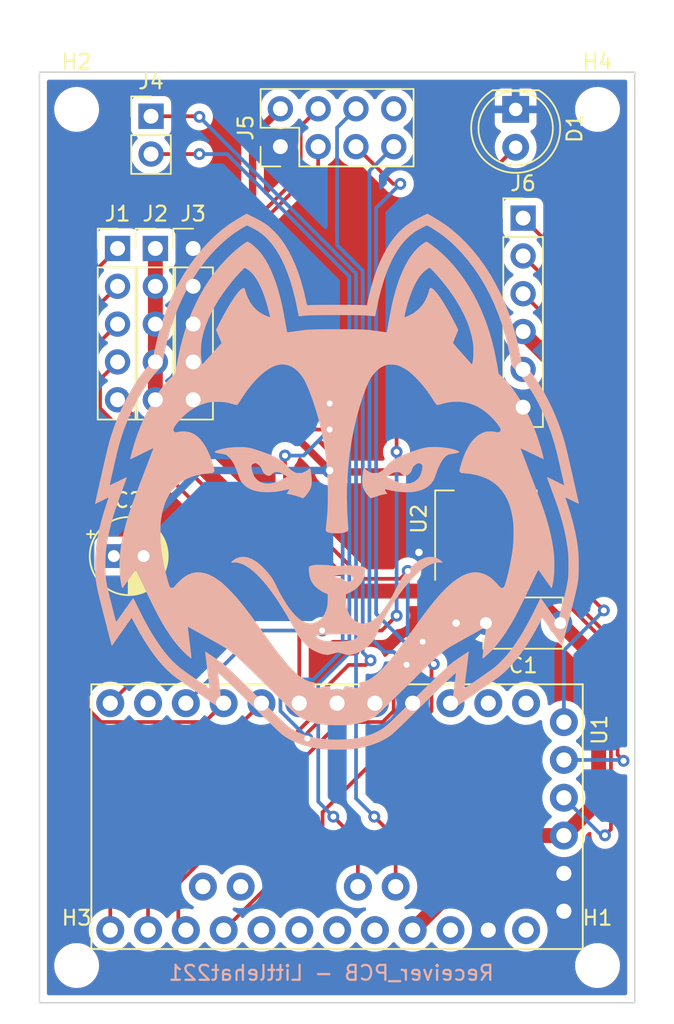
<source format=kicad_pcb>
(kicad_pcb (version 20211014) (generator pcbnew)
  (layers (0 "F.Cu" signal) (31 "B.Cu" signal) (34 "B.Paste" user) (35 "F.Paste" user) (36 "B.SilkS" user "B.Silkscreen") (37 "F.SilkS" user "F.Silkscreen") (38 "B.Mask" user) (39 "F.Mask" user) (44 "Edge.Cuts" user))
  (net 0 "")
  (net 1 "5V")
  (net 2 "GND")
  (net 3 "3.3V")
  (net 4 "PWM0")
  (net 5 "PWM1")
  (net 6 "PWM2")
  (net 7 "PWM3")
  (net 8 "D")
  (net 9 "SCL")
  (net 10 "SDA")
  (net 11 "CE")
  (net 12 "SCK")
  (net 13 "MISO")
  (net 14 "MOSI")
  (net 15 "CSN")
  (net 16 "DTR")
  (net 17 "TXO")
  (net 18 "RXI")
  (net 23 "Net-(U1-PadJP7_3)")
  (footprint "LED_THT:LED_D5.0mm" (layer "F.Cu") (at 161 81.5 -90)
    (fp_text reference "D1" (at 1.27 -3.96 90) (layer "F.SilkS"))
    (fp_text value "LED")
    (pad "1" thru_hole rect (at 0 0 270) (size 1.8 1.8) (drill 0.9) (layers *.Cu *.Mask) (net 2 "GND"))
    (pad "2" thru_hole circle (at 2.54 0 270) (size 1.8 1.8) (drill 0.9) (layers *.Cu *.Mask) (net 23 "Net-(U1-PadJP7_3)"))
  )
  (footprint "Connector_PinHeader_2.54mm:PinHeader_1x06_P2.54mm_Vertical" (layer "F.Cu") (at 161.5 88.8)
    (fp_text reference "J6" (at 0 -2.33) (layer "F.SilkS"))
    (fp_text value "Conn_01x06_Female")
    (pad "1" thru_hole rect (at 0 0) (size 1.7 1.7) (drill 1) (layers *.Cu *.Mask) (net 16 "DTR"))
    (pad "2" thru_hole oval (at 0 2.54) (size 1.7 1.7) (drill 1) (layers *.Cu *.Mask) (net 17 "TXO"))
    (pad "3" thru_hole oval (at 0 5.08) (size 1.7 1.7) (drill 1) (layers *.Cu *.Mask) (net 18 "RXI"))
    (pad "4" thru_hole oval (at 0 7.62) (size 1.7 1.7) (drill 1) (layers *.Cu *.Mask) (net 1 "5V"))
    (pad "5" thru_hole oval (at 0 10.16) (size 1.7 1.7) (drill 1) (layers *.Cu *.Mask))
    (pad "6" thru_hole oval (at 0 12.7) (size 1.7 1.7) (drill 1) (layers *.Cu *.Mask) (net 2 "GND"))
  )
  (footprint "Package_TO_SOT_SMD:SOT-223-3_TabPin2" (layer "F.Cu") (at 159 109 90)
    (fp_text reference "U2" (at 0 -4.5 90) (layer "F.SilkS"))
    (fp_text value "AMS1117-3.3")
    (pad "1" smd rect (at -3.15 -2.3 90) (size 2 1.5) (layers "F.Cu" "F.Paste" "F.Mask") (net 2 "GND"))
    (pad "2" smd rect (at -3.15 0 90) (size 2 1.5) (layers "F.Cu" "F.Paste" "F.Mask") (net 3 "3.3V"))
    (pad "2" smd rect (at 3.15 0 90) (size 2 3.8) (layers "F.Cu" "F.Paste" "F.Mask") (net 3 "3.3V"))
    (pad "3" smd rect (at -3.15 2.3 90) (size 2 1.5) (layers "F.Cu" "F.Paste" "F.Mask") (net 1 "5V"))
  )
  (footprint "Connector_PinHeader_2.54mm:PinHeader_1x02_P2.54mm_Vertical" (layer "F.Cu") (at 136.5 81.96)
    (fp_text reference "J4" (at 0 -2.33) (layer "F.SilkS"))
    (fp_text value "Conn_01x02_Female")
    (pad "1" thru_hole rect (at 0 0) (size 1.7 1.7) (drill 1) (layers *.Cu *.Mask) (net 9 "SCL"))
    (pad "2" thru_hole oval (at 0 2.54) (size 1.7 1.7) (drill 1) (layers *.Cu *.Mask) (net 10 "SDA"))
  )
  (footprint "MountingHole:MountingHole_2mm" (layer "F.Cu") (at 166.5 81.5)
    (fp_text reference "H4" (at 0 -3.2) (layer "F.SilkS"))
    (fp_text value "MountingHole")
    (pad "" np_thru_hole circle (at 0 0) (size 2 2) (drill 2) (layers *.Cu *.Mask))
  )
  (footprint "Connector_PinHeader_2.54mm:PinHeader_1x05_P2.54mm_Vertical" (layer "F.Cu") (at 136.79 90.84)
    (fp_text reference "J2" (at 0 -2.33) (layer "F.SilkS"))
    (fp_text value "Conn_01x05_Male")
    (pad "1" thru_hole rect (at 0 0) (size 1.7 1.7) (drill 1) (layers *.Cu *.Mask) (net 1 "5V"))
    (pad "2" thru_hole oval (at 0 2.54) (size 1.7 1.7) (drill 1) (layers *.Cu *.Mask) (net 1 "5V"))
    (pad "3" thru_hole oval (at 0 5.08) (size 1.7 1.7) (drill 1) (layers *.Cu *.Mask) (net 1 "5V"))
    (pad "4" thru_hole oval (at 0 7.62) (size 1.7 1.7) (drill 1) (layers *.Cu *.Mask) (net 1 "5V"))
    (pad "5" thru_hole oval (at 0 10.16) (size 1.7 1.7) (drill 1) (layers *.Cu *.Mask) (net 1 "5V"))
  )
  (footprint "MountingHole:MountingHole_2mm" (layer "F.Cu") (at 131.5 81.5)
    (fp_text reference "H2" (at 0 -3.2) (layer "F.SilkS"))
    (fp_text value "MountingHole")
    (pad "" np_thru_hole circle (at 0 0) (size 2 2) (drill 2) (layers *.Cu *.Mask))
  )
  (footprint "Connector_PinHeader_2.54mm:PinHeader_1x05_P2.54mm_Vertical" (layer "F.Cu") (at 134.25 90.84)
    (fp_text reference "J1" (at 0 -2.33) (layer "F.SilkS"))
    (fp_text value "Conn_01x05_Male")
    (pad "1" thru_hole rect (at 0 0) (size 1.7 1.7) (drill 1) (layers *.Cu *.Mask) (net 4 "PWM0"))
    (pad "2" thru_hole oval (at 0 2.54) (size 1.7 1.7) (drill 1) (layers *.Cu *.Mask) (net 5 "PWM1"))
    (pad "3" thru_hole oval (at 0 5.08) (size 1.7 1.7) (drill 1) (layers *.Cu *.Mask) (net 6 "PWM2"))
    (pad "4" thru_hole oval (at 0 7.62) (size 1.7 1.7) (drill 1) (layers *.Cu *.Mask) (net 7 "PWM3"))
    (pad "5" thru_hole oval (at 0 10.16) (size 1.7 1.7) (drill 1) (layers *.Cu *.Mask) (net 8 "D"))
  )
  (footprint "ARDUINO_PRO_MINI:MODULE_ARDUINO_PRO_MINI" (layer "F.Cu") (at 149 129 -90)
    (fp_text reference "U1" (at -5.825 -17.635 -90) (layer "F.SilkS"))
    (fp_text value "ARDUINO_PRO_MINI")
    (pad "JP1_1" thru_hole circle locked (at 6.35 -15.24 270) (size 1.8796 1.8796) (drill 1.016) (layers *.Cu *.Mask) (net 2 "GND"))
    (pad "JP1_2" thru_hole circle locked (at 3.81 -15.24 270) (size 1.8796 1.8796) (drill 1.016) (layers *.Cu *.Mask) (net 2 "GND"))
    (pad "JP1_3" thru_hole circle locked (at 1.27 -15.24 270) (size 1.8796 1.8796) (drill 1.016) (layers *.Cu *.Mask) (net 1 "5V"))
    (pad "JP1_4" thru_hole circle locked (at -1.27 -15.24 270) (size 1.8796 1.8796) (drill 1.016) (layers *.Cu *.Mask) (net 18 "RXI"))
    (pad "JP1_5" thru_hole circle locked (at -3.81 -15.24 270) (size 1.8796 1.8796) (drill 1.016) (layers *.Cu *.Mask) (net 17 "TXO"))
    (pad "JP1_6" thru_hole circle locked (at -6.35 -15.24 270) (size 1.8796 1.8796) (drill 1.016) (layers *.Cu *.Mask) (net 16 "DTR"))
    (pad "JP2_1" thru_hole circle locked (at 4.699 -1.397 270) (size 1.8796 1.8796) (drill 1.016) (layers *.Cu *.Mask) (net 10 "SDA"))
    (pad "JP2_2" thru_hole circle locked (at 4.699 -3.937 270) (size 1.8796 1.8796) (drill 1.016) (layers *.Cu *.Mask) (net 9 "SCL"))
    (pad "JP3_1" thru_hole circle locked (at 4.699 9.017 270) (size 1.8796 1.8796) (drill 1.016) (layers *.Cu *.Mask))
    (pad "JP3_2" thru_hole circle locked (at 4.699 6.477 270) (size 1.8796 1.8796) (drill 1.016) (layers *.Cu *.Mask))
    (pad "JP6_1" thru_hole circle locked (at 7.62 -12.7 270) (size 1.8796 1.8796) (drill 1.016) (layers *.Cu *.Mask))
    (pad "JP6_2" thru_hole circle locked (at 7.62 -10.16 270) (size 1.8796 1.8796) (drill 1.016) (layers *.Cu *.Mask) (net 2 "GND"))
    (pad "JP6_3" thru_hole circle locked (at 7.62 -7.62 270) (size 1.8796 1.8796) (drill 1.016) (layers *.Cu *.Mask))
    (pad "JP6_4" thru_hole circle locked (at 7.62 -5.08 270) (size 1.8796 1.8796) (drill 1.016) (layers *.Cu *.Mask) (net 1 "5V"))
    (pad "JP6_5" thru_hole circle locked (at 7.62 -2.54 270) (size 1.8796 1.8796) (drill 1.016) (layers *.Cu *.Mask))
    (pad "JP6_6" thru_hole circle locked (at 7.62 0 270) (size 1.8796 1.8796) (drill 1.016) (layers *.Cu *.Mask))
    (pad "JP6_7" thru_hole circle locked (at 7.62 2.54 270) (size 1.8796 1.8796) (drill 1.016) (layers *.Cu *.Mask))
    (pad "JP6_8" thru_hole circle locked (at 7.62 5.08 270) (size 1.8796 1.8796) (drill 1.016) (layers *.Cu *.Mask))
    (pad "JP6_9" thru_hole circle locked (at 7.62 7.62 270) (size 1.8796 1.8796) (drill 1.016) (layers *.Cu *.Mask) (net 12 "SCK"))
    (pad "JP6_10" thru_hole circle locked (at 7.62 10.16 270) (size 1.8796 1.8796) (drill 1.016) (layers *.Cu *.Mask) (net 13 "MISO"))
    (pad "JP6_11" thru_hole circle locked (at 7.62 12.7 270) (size 1.8796 1.8796) (drill 1.016) (layers *.Cu *.Mask) (net 14 "MOSI"))
    (pad "JP6_12" thru_hole circle locked (at 7.62 15.24 270) (size 1.8796 1.8796) (drill 1.016) (layers *.Cu *.Mask) (net 4 "PWM0"))
    (pad "JP7_1" thru_hole circle locked (at -7.62 15.24 270) (size 1.8796 1.8796) (drill 1.016) (layers *.Cu *.Mask) (net 7 "PWM3"))
    (pad "JP7_2" thru_hole circle locked (at -7.62 12.7 270) (size 1.8796 1.8796) (drill 1.016) (layers *.Cu *.Mask))
    (pad "JP7_3" thru_hole circle locked (at -7.62 10.16 270) (size 1.8796 1.8796) (drill 1.016) (layers *.Cu *.Mask) (net 23 "Net-(U1-PadJP7_3)"))
    (pad "JP7_4" thru_hole circle locked (at -7.62 7.62 270) (size 1.8796 1.8796) (drill 1.016) (layers *.Cu *.Mask) (net 6 "PWM2"))
    (pad "JP7_5" thru_hole circle locked (at -7.62 5.08 270) (size 1.8796 1.8796) (drill 1.016) (layers *.Cu *.Mask) (net 5 "PWM1"))
    (pad "JP7_6" thru_hole circle locked (at -7.62 2.54 270) (size 1.8796 1.8796) (drill 1.016) (layers *.Cu *.Mask) (net 8 "D"))
    (pad "JP7_7" thru_hole circle locked (at -7.62 0 270) (size 1.8796 1.8796) (drill 1.016) (layers *.Cu *.Mask) (net 11 "CE"))
    (pad "JP7_8" thru_hole circle locked (at -7.62 -2.54 270) (size 1.8796 1.8796) (drill 1.016) (layers *.Cu *.Mask) (net 15 "CSN"))
    (pad "JP7_9" thru_hole circle locked (at -7.62 -5.08 270) (size 1.8796 1.8796) (drill 1.016) (layers *.Cu *.Mask) (net 2 "GND"))
    (pad "JP7_10" thru_hole circle locked (at -7.62 -7.62 270) (size 1.8796 1.8796) (drill 1.016) (layers *.Cu *.Mask))
    (pad "JP7_11" thru_hole circle locked (at -7.62 -10.16 270) (size 1.8796 1.8796) (drill 1.016) (layers *.Cu *.Mask))
    (pad "JP7_12" thru_hole circle locked (at -7.62 -12.7 270) (size 1.8796 1.8796) (drill 1.016) (layers *.Cu *.Mask))
  )
  (footprint "MountingHole:MountingHole_2mm" (layer "F.Cu") (at 166.5 139)
    (fp_text reference "H1" (at 0 -3.2) (layer "F.SilkS"))
    (fp_text value "MountingHole")
    (pad "" np_thru_hole circle (at 0 0) (size 2 2) (drill 2) (layers *.Cu *.Mask))
  )
  (footprint "Capacitor_THT:CP_Radial_D5.0mm_P2.00mm" (layer "F.Cu") (at 134 111.5)
    (fp_text reference "C2" (at 1 -3.75) (layer "F.SilkS"))
    (fp_text value "C_Polarized")
    (pad "1" thru_hole rect (at 0 0) (size 1.6 1.6) (drill 0.8) (layers *.Cu *.Mask) (net 3 "3.3V"))
    (pad "2" thru_hole circle (at 2 0) (size 1.6 1.6) (drill 0.8) (layers *.Cu *.Mask) (net 2 "GND"))
  )
  (footprint "Capacitor_THT:C_Disc_D5.1mm_W3.2mm_P5.00mm" (layer "F.Cu") (at 164 116 180)
    (fp_text reference "C1" (at 2.5 -2.85) (layer "F.SilkS"))
    (fp_text value "C")
    (pad "1" thru_hole circle (at 0 0 180) (size 1.6 1.6) (drill 0.8) (layers *.Cu *.Mask) (net 1 "5V"))
    (pad "2" thru_hole circle (at 5 0 180) (size 1.6 1.6) (drill 0.8) (layers *.Cu *.Mask) (net 2 "GND"))
  )
  (footprint "Connector_PinHeader_2.54mm:PinHeader_1x05_P2.54mm_Vertical" (layer "F.Cu") (at 139.33 90.84)
    (fp_text reference "J3" (at 0 -2.33) (layer "F.SilkS"))
    (fp_text value "Conn_01x05_Male")
    (pad "1" thru_hole rect (at 0 0) (size 1.7 1.7) (drill 1) (layers *.Cu *.Mask) (net 2 "GND"))
    (pad "2" thru_hole oval (at 0 2.54) (size 1.7 1.7) (drill 1) (layers *.Cu *.Mask) (net 2 "GND"))
    (pad "3" thru_hole oval (at 0 5.08) (size 1.7 1.7) (drill 1) (layers *.Cu *.Mask) (net 2 "GND"))
    (pad "4" thru_hole oval (at 0 7.62) (size 1.7 1.7) (drill 1) (layers *.Cu *.Mask) (net 2 "GND"))
    (pad "5" thru_hole oval (at 0 10.16) (size 1.7 1.7) (drill 1) (layers *.Cu *.Mask) (net 2 "GND"))
  )
  (footprint "Connector_PinHeader_2.54mm:PinHeader_2x04_P2.54mm_Vertical" (layer "F.Cu") (at 145.19 84 90)
    (fp_text reference "J5" (at 1.27 -2.33 90) (layer "F.SilkS"))
    (fp_text value "Conn_02x04_Odd_Even")
    (pad "1" thru_hole rect (at 0 0 90) (size 1.7 1.7) (drill 1) (layers *.Cu *.Mask) (net 2 "GND"))
    (pad "2" thru_hole oval (at 2.54 0 90) (size 1.7 1.7) (drill 1) (layers *.Cu *.Mask) (net 3 "3.3V"))
    (pad "3" thru_hole oval (at 0 2.54 90) (size 1.7 1.7) (drill 1) (layers *.Cu *.Mask) (net 11 "CE"))
    (pad "4" thru_hole oval (at 2.54 2.54 90) (size 1.7 1.7) (drill 1) (layers *.Cu *.Mask) (net 15 "CSN"))
    (pad "5" thru_hole oval (at 0 5.08 90) (size 1.7 1.7) (drill 1) (layers *.Cu *.Mask) (net 12 "SCK"))
    (pad "6" thru_hole oval (at 2.54 5.08 90) (size 1.7 1.7) (drill 1) (layers *.Cu *.Mask) (net 14 "MOSI"))
    (pad "7" thru_hole oval (at 0 7.62 90) (size 1.7 1.7) (drill 1) (layers *.Cu *.Mask) (net 13 "MISO"))
    (pad "8" thru_hole oval (at 2.54 7.62 90) (size 1.7 1.7) (drill 1) (layers *.Cu *.Mask))
  )
  (footprint "MountingHole:MountingHole_2mm" (layer "F.Cu") (at 131.5 139)
    (fp_text reference "H3" (at 0 -3.2) (layer "F.SilkS"))
    (fp_text value "MountingHole")
    (pad "" np_thru_hole circle (at 0 0) (size 2 2) (drill 2) (layers *.Cu *.Mask))
  )
  (footprint "LOGO" (layer "B.Cu") (at 149 106.5 180)
    (fp_text reference "G***" hide)
    (fp_text value "LOGO" hide)
  )
  (gr_line (start 149 79) (end 129 79) (layer "Edge.Cuts") (width 0.1))
  (gr_line (start 149 79) (end 169 79) (layer "Edge.Cuts") (width 0.1))
  (gr_line (start 129 141.5) (end 169 141.5) (layer "Edge.Cuts") (width 0.1))
  (gr_line (start 169 79) (end 169 141.5) (layer "Edge.Cuts") (width 0.1))
  (gr_line (start 129 79) (end 129 141.5) (layer "Edge.Cuts") (width 0.1))
  (gr_text "Receiver_PCB - Littlehat221" (at 148.6 139.5) (layer "B.SilkS") (effects (font (size 1 1)) (justify mirror)))
  (segment (start 161.3 112.15) (end 163.822103 109.627897) (width 1) (layer "F.Cu") (net 1))
  (segment (start 163.822103 98.822103) (end 161.5 96.5) (width 1) (layer "F.Cu") (net 1))
  (segment (start 163.822103 109.627897) (end 163.822103 98.822103) (width 1) (layer "F.Cu") (net 1))
  (segment (start 136.79 101) (end 136.79 98.46) (width 1) (layer "F.Cu") (net 1))
  (segment (start 161.3 113.3) (end 164 116) (width 1) (layer "F.Cu") (net 1))
  (segment (start 166.576731 127.933269) (end 164.24 130.27) (width 1) (layer "F.Cu") (net 1))
  (segment (start 136.79 98.46) (end 136.79 95.92) (width 1) (layer "F.Cu") (net 1))
  (segment (start 148.266726 113.85) (end 160.45 113.85) (width 1) (layer "F.Cu") (net 1))
  (segment (start 161.3 112.15) (end 161.3 113.3) (width 1) (layer "F.Cu") (net 1))
  (segment (start 160.43 130.27) (end 164.24 130.27) (width 1) (layer "F.Cu") (net 1))
  (segment (start 136.79 95.92) (end 136.79 93.38) (width 1) (layer "F.Cu") (net 1))
  (segment (start 136.79 93.38) (end 136.79 90.84) (width 1) (layer "F.Cu") (net 1))
  (segment (start 160.45 113.85) (end 161.3 113) (width 1) (layer "F.Cu") (net 1))
  (segment (start 136.79 102.373274) (end 148.266726 113.85) (width 1) (layer "F.Cu") (net 1))
  (segment (start 166.576731 118.576731) (end 166.576731 127.933269) (width 1) (layer "F.Cu") (net 1))
  (segment (start 161.3 113) (end 161.3 112.15) (width 1) (layer "F.Cu") (net 1))
  (segment (start 154.08 136.62) (end 160.43 130.27) (width 1) (layer "F.Cu") (net 1))
  (segment (start 166.576731 118.576731) (end 164 116) (width 1) (layer "F.Cu") (net 1))
  (segment (start 136.79 101) (end 136.79 102.373274) (width 1) (layer "F.Cu") (net 1))
  (via (at 154.5 111.25) (size 1) (drill 0.5) (layers "F.Cu" "B.Cu") (net 2))
  (via (at 157 116) (size 1) (drill 0.5) (layers "F.Cu" "B.Cu") (net 2))
  (segment (start 148.6 105.85) (end 159 105.85) (width 0.5) (layer "F.Cu") (net 3))
  (segment (start 145.19 81.46) (end 143.325003 83.324997) (width 0.5) (layer "F.Cu") (net 3))
  (segment (start 143.325003 83.324997) (end 143.325003 100.575003) (width 0.5) (layer "F.Cu") (net 3))
  (segment (start 148.5 105.75) (end 148.6 105.85) (width 0.5) (layer "F.Cu") (net 3))
  (segment (start 159 105.85) (end 159 112.15) (width 0.5) (layer "F.Cu") (net 3))
  (segment (start 143.325003 100.575003) (end 148.5 105.75) (width 0.5) (layer "F.Cu") (net 3))
  (via (at 148.5 105.75) (size 1) (drill 0.5) (layers "F.Cu" "B.Cu") (net 3))
  (segment (start 139.75 105.75) (end 148.5 105.75) (width 0.5) (layer "B.Cu") (net 3))
  (segment (start 134 111.5) (end 139.75 105.75) (width 0.5) (layer "B.Cu") (net 3))
  (segment (start 133.76 124.532792) (end 133.76 136.62) (width 0.25) (layer "F.Cu") (net 4))
  (segment (start 131.35 93.74) (end 131.35 122.122792) (width 0.25) (layer "F.Cu") (net 4))
  (segment (start 134.25 90.84) (end 131.35 93.74) (width 0.25) (layer "F.Cu") (net 4))
  (segment (start 131.35 122.122792) (end 133.76 124.532792) (width 0.25) (layer "F.Cu") (net 4))
  (segment (start 142.2052 123.0948) (end 143.92 121.38) (width 0.25) (layer "F.Cu") (net 5))
  (segment (start 134.25 93.38) (end 131.8 95.83) (width 0.25) (layer "F.Cu") (net 5))
  (segment (start 131.8 121.936396) (end 132.958404 123.0948) (width 0.25) (layer "F.Cu") (net 5))
  (segment (start 131.8 95.83) (end 131.8 121.936396) (width 0.25) (layer "F.Cu") (net 5))
  (segment (start 132.958404 123.0948) (end 142.2052 123.0948) (width 0.25) (layer "F.Cu") (net 5))
  (segment (start 140.1152 122.6448) (end 133.1448 122.6448) (width 0.25) (layer "F.Cu") (net 6))
  (segment (start 141.38 121.38) (end 140.1152 122.6448) (width 0.25) (layer "F.Cu") (net 6))
  (segment (start 132.25 121.75) (end 132.25 97.92) (width 0.25) (layer "F.Cu") (net 6))
  (segment (start 132.25 97.92) (end 134.25 95.92) (width 0.25) (layer "F.Cu") (net 6))
  (segment (start 133.1448 122.6448) (end 132.25 121.75) (width 0.25) (layer "F.Cu") (net 6))
  (segment (start 134.25 98.46) (end 133.075 99.635) (width 0.25) (layer "F.Cu") (net 7))
  (segment (start 139.75 115.39) (end 133.76 121.38) (width 0.25) (layer "F.Cu") (net 7))
  (segment (start 139.75 108.25) (end 139.75 115.39) (width 0.25) (layer "F.Cu") (net 7))
  (segment (start 133.075 101.575) (end 139.75 108.25) (width 0.25) (layer "F.Cu") (net 7))
  (segment (start 133.075 99.635) (end 133.075 101.575) (width 0.25) (layer "F.Cu") (net 7))
  (segment (start 146.46 113.21) (end 146.46 121.38) (width 0.25) (layer "F.Cu") (net 8))
  (segment (start 134.25 101) (end 146.46 113.21) (width 0.25) (layer "F.Cu") (net 8))
  (segment (start 152.937 133.699) (end 152.937 130.437) (width 0.25) (layer "F.Cu") (net 9))
  (segment (start 139.71 81.96) (end 136.5 81.96) (width 0.25) (layer "F.Cu") (net 9))
  (segment (start 139.75 82) (end 139.71 81.96) (width 0.25) (layer "F.Cu") (net 9))
  (segment (start 152.937 130.437) (end 151.5 129) (width 0.25) (layer "F.Cu") (net 9))
  (via (at 151.5 129) (size 0.8) (drill 0.4) (layers "F.Cu" "B.Cu") (net 9))
  (via (at 139.75 82) (size 0.8) (drill 0.4) (layers "F.Cu" "B.Cu") (net 9))
  (segment (start 150.2752 94.5252) (end 150.2752 92.5252) (width 0.25) (layer "B.Cu") (net 9))
  (segment (start 150.2752 92.5252) (end 139.75 82) (width 0.25) (layer "B.Cu") (net 9))
  (segment (start 150.2752 127.7752) (end 150.2752 94.5252) (width 0.25) (layer "B.Cu") (net 9))
  (segment (start 151.5 129) (end 150.2752 127.7752) (width 0.25) (layer "B.Cu") (net 9))
  (segment (start 150.25 130.5) (end 148.75 129) (width 0.25) (layer "F.Cu") (net 10))
  (segment (start 150.397 130.647) (end 150.25 130.5) (width 0.25) (layer "F.Cu") (net 10))
  (segment (start 136.5 84.5) (end 139.75 84.5) (width 0.25) (layer "F.Cu") (net 10))
  (segment (start 150.397 133.699) (end 150.397 130.647) (width 0.25) (layer "F.Cu") (net 10))
  (via (at 139.75 84.5) (size 0.8) (drill 0.4) (layers "F.Cu" "B.Cu") (net 10))
  (via (at 148.75 129) (size 0.8) (drill 0.4) (layers "F.Cu" "B.Cu") (net 10))
  (segment (start 147.7352 120.09) (end 149.8252 118) (width 0.25) (layer "B.Cu") (net 10))
  (segment (start 149.8252 92.711596) (end 149.306802 92.193198) (width 0.25) (layer "B.Cu") (net 10))
  (segment (start 148.75 129) (end 147.7352 127.9852) (width 0.25) (layer "B.Cu") (net 10))
  (segment (start 149.306802 92.193198) (end 141.613604 84.5) (width 0.25) (layer "B.Cu") (net 10))
  (segment (start 149.8252 118) (end 149.8252 92.711596) (width 0.25) (layer "B.Cu") (net 10))
  (segment (start 141.613604 84.5) (end 139.75 84.5) (width 0.25) (layer "B.Cu") (net 10))
  (segment (start 147.7352 127.9852) (end 147.7352 120.09) (width 0.25) (layer "B.Cu") (net 10))
  (segment (start 144.350003 88.686396) (end 144.350003 90.25) (width 0.25) (layer "F.Cu") (net 11))
  (segment (start 144.350003 90.25) (end 144.350003 100.063604) (width 0.25) (layer "F.Cu") (net 11))
  (segment (start 147.73 84) (end 147.73 85.306399) (width 0.25) (layer "F.Cu") (net 11))
  (segment (start 147 123.38) (end 147 123.75) (width 0.25) (layer "F.Cu") (net 11))
  (segment (start 145.268199 87.7682) (end 144.350003 88.686396) (width 0.25) (layer "F.Cu") (net 11))
  (segment (start 149 121.38) (end 147 123.38) (width 0.25) (layer "F.Cu") (net 11))
  (segment (start 144.350003 100.063604) (end 145.8932 101.606801) (width 0.25) (layer "F.Cu") (net 11))
  (segment (start 148.143199 101.606801) (end 148.5 101.25) (width 0.25) (layer "F.Cu") (net 11))
  (segment (start 145.8932 101.606801) (end 148.143199 101.606801) (width 0.25) (layer "F.Cu") (net 11))
  (segment (start 147.73 85.306399) (end 145.268199 87.7682) (width 0.25) (layer "F.Cu") (net 11))
  (via (at 147 123.75) (size 0.8) (drill 0.4) (layers "F.Cu" "B.Cu") (net 11))
  (via (at 148.5 101.25) (size 0.8) (drill 0.4) (layers "F.Cu" "B.Cu") (net 11))
  (segment (start 149.3752 117.813604) (end 147.404402 119.784402) (width 0.25) (layer "B.Cu") (net 11))
  (segment (start 146.791302 123.5) (end 146.791302 123.541302) (width 0.25) (layer "B.Cu") (net 11))
  (segment (start 146.791302 123.541302) (end 147 123.75) (width 0.25) (layer "B.Cu") (net 11))
  (segment (start 146.215598 119.784402) (end 145.25 120.75) (width 0.25) (layer "B.Cu") (net 11))
  (segment (start 145.25 120.75) (end 145.1952 120.8048) (width 0.25) (layer "B.Cu") (net 11))
  (segment (start 149.3752 102.1252) (end 149.3752 117.813604) (width 0.25) (layer "B.Cu") (net 11))
  (segment (start 145.1952 121.903898) (end 146.791302 123.5) (width 0.25) (layer "B.Cu") (net 11))
  (segment (start 147.404402 119.784402) (end 146.215598 119.784402) (width 0.25) (layer "B.Cu") (net 11))
  (segment (start 148.5 101.25) (end 149.3752 102.1252) (width 0.25) (layer "B.Cu") (net 11))
  (segment (start 145.1952 120.8048) (end 145.1952 121.903898) (width 0.25) (layer "B.Cu") (net 11))
  (segment (start 153.25 86.5) (end 152.77 86.5) (width 0.25) (layer "F.Cu") (net 12))
  (segment (start 154.498698 122.75) (end 155.3448 121.903898) (width 0.25) (layer "F.Cu") (net 12))
  (segment (start 148.025 129.985698) (end 148.025 128.699695) (width 0.25) (layer "F.Cu") (net 12))
  (segment (start 141.38 136.62) (end 141.390698 136.62) (width 0.25) (layer "F.Cu") (net 12))
  (segment (start 155.3448 121.903898) (end 155.3448 118.9052) (width 0.25) (layer "F.Cu") (net 12))
  (segment (start 152.77 86.5) (end 150.27 84) (width 0.25) (layer "F.Cu") (net 12))
  (segment (start 155.3448 118.9052) (end 155.5 118.75) (width 0.25) (layer "F.Cu") (net 12))
  (segment (start 148.025 128.699695) (end 153.974695 122.75) (width 0.25) (layer "F.Cu") (net 12))
  (segment (start 153.974695 122.75) (end 154.498698 122.75) (width 0.25) (layer "F.Cu") (net 12))
  (segment (start 141.390698 136.62) (end 148.025 129.985698) (width 0.25) (layer "F.Cu") (net 12))
  (via (at 153.25 86.5) (size 0.8) (drill 0.4) (layers "F.Cu" "B.Cu") (net 12))
  (via (at 155.5 118.75) (size 0.8) (drill 0.4) (layers "F.Cu" "B.Cu") (net 12))
  (segment (start 155.5 118.75) (end 155 118.75) (width 0.25) (layer "B.Cu") (net 12))
  (segment (start 155 118.75) (end 151.6252 115.3752) (width 0.25) (layer "B.Cu") (net 12))
  (segment (start 151.6252 113.75) (end 151.6252 88.1248) (width 0.25) (layer "B.Cu") (net 12))
  (segment (start 151.6252 88.1248) (end 153.25 86.5) (width 0.25) (layer "B.Cu") (net 12))
  (segment (start 151.6252 115.3752) (end 151.6252 113.75) (width 0.25) (layer "B.Cu") (net 12))
  (segment (start 138.84 136.62) (end 138.331929 136.111929) (width 0.25) (layer "F.Cu") (net 13))
  (segment (start 138.331929 133.508071) (end 149.1952 122.6448) (width 0.25) (layer "F.Cu") (net 13))
  (segment (start 152.063898 122.6448) (end 152.8048 121.903898) (width 0.25) (layer "F.Cu") (net 13))
  (segment (start 152.8048 119.6652) (end 153.67 118.8) (width 0.25) (layer "F.Cu") (net 13))
  (segment (start 149.1952 122.6448) (end 152.063898 122.6448) (width 0.25) (layer "F.Cu") (net 13))
  (segment (start 152.8048 121.903898) (end 152.8048 119.6652) (width 0.25) (layer "F.Cu") (net 13))
  (segment (start 138.331929 136.111929) (end 138.331929 133.508071) (width 0.25) (layer "F.Cu") (net 13))
  (via (at 153.67 118.8) (size 0.8) (drill 0.4) (layers "F.Cu" "B.Cu") (net 13))
  (segment (start 151.1752 116.9252) (end 151.1752 85.6348) (width 0.25) (layer "B.Cu") (net 13))
  (segment (start 152.81 117.94) (end 152.19 117.94) (width 0.25) (layer "B.Cu") (net 13))
  (segment (start 151.1752 85.6348) (end 152.81 84) (width 0.25) (layer "B.Cu") (net 13))
  (segment (start 153.67 118.8) (end 152.81 117.94) (width 0.25) (layer "B.Cu") (net 13))
  (segment (start 152.19 117.94) (end 151.1752 116.9252) (width 0.25) (layer "B.Cu") (net 13))
  (segment (start 147.7352 121.8948) (end 147.7352 120.8548) (width 0.25) (layer "F.Cu") (net 14))
  (segment (start 150.94 118.81) (end 151.25 118.5) (width 0.25) (layer "F.Cu") (net 14))
  (segment (start 147.7352 120.8548) (end 149.78 118.81) (width 0.25) (layer "F.Cu") (net 14))
  (segment (start 149.78 118.81) (end 150.94 118.81) (width 0.25) (layer "F.Cu") (net 14))
  (segment (start 136.3 136.62) (end 136.3 133.33) (width 0.25) (layer "F.Cu") (net 14))
  (segment (start 136.3 133.33) (end 147.7352 121.8948) (width 0.25) (layer "F.Cu") (net 14))
  (via (at 151.25 118.5) (size 0.8) (drill 0.4) (layers "F.Cu" "B.Cu") (net 14))
  (segment (start 150.27 81.46) (end 149 82.73) (width 0.25) (layer "B.Cu") (net 14))
  (segment (start 149 82.73) (end 149 90.613604) (width 0.25) (layer "B.Cu") (net 14))
  (segment (start 150.7252 92.338804) (end 150.7252 117.9752) (width 0.25) (layer "B.Cu") (net 14))
  (segment (start 149 90.613604) (end 150.7252 92.338804) (width 0.25) (layer "B.Cu") (net 14))
  (segment (start 150.7252 117.9752) (end 151.25 118.5) (width 0.25) (layer "B.Cu") (net 14))
  (segment (start 153.75 112.525) (end 153.75 112.5) (width 0.25) (layer "F.Cu") (net 15))
  (segment (start 143.900003 88.5) (end 143.900003 100.25) (width 0.25) (layer "F.Cu") (net 15))
  (segment (start 154.75 117.25) (end 154.194695 117.25) (width 0.25) (layer "F.Cu") (net 15))
  (segment (start 154.194695 117.25) (end 151.54 119.904695) (width 0.25) (layer "F.Cu") (net 15))
  (segment (start 145.5 107.793274) (end 145.853363 108.146637) (width 0.25) (layer "F.Cu") (net 15))
  (segment (start 153.25 113.025) (end 153.75 112.525) (width 0.25) (layer "F.Cu") (net 15))
  (segment (start 143.900003 100.25) (end 146.650003 103) (width 0.25) (layer "F.Cu") (net 15))
  (segment (start 146.650003 103) (end 148.5 103) (width 0.25) (layer "F.Cu") (net 15))
  (segment (start 147.73 81.46) (end 146.555 82.635) (width 0.25) (layer "F.Cu") (net 15))
  (segment (start 150.731726 113.025) (end 153.25 113.025) (width 0.25) (layer "F.Cu") (net 15))
  (segment (start 151.54 119.904695) (end 151.54 121.38) (width 0.25) (layer "F.Cu") (net 15))
  (segment (start 145.853363 108.146637) (end 150.731726 113.025) (width 0.25) (layer "F.Cu") (net 15))
  (segment (start 146.555 82.635) (end 146.555 85.845003) (width 0.25) (layer "F.Cu") (net 15))
  (segment (start 146.555 85.845003) (end 143.900003 88.5) (width 0.25) (layer "F.Cu") (net 15))
  (segment (start 145.5 104.75) (end 145.5 107.793274) (width 0.25) (layer "F.Cu") (net 15))
  (via (at 153.75 112.5) (size 0.8) (drill 0.4) (layers "F.Cu" "B.Cu") (net 15))
  (via (at 145.5 104.75) (size 0.8) (drill 0.4) (layers "F.Cu" "B.Cu") (net 15))
  (via (at 148.5 103) (size 0.8) (drill 0.4) (layers "F.Cu" "B.Cu") (net 15))
  (via (at 154.75 117.25) (size 0.8) (drill 0.4) (layers "F.Cu" "B.Cu") (net 15))
  (segment (start 146.75 104.75) (end 145.5 104.75) (width 0.25) (layer "B.Cu") (net 15))
  (segment (start 148.5 103) (end 146.75 104.75) (width 0.25) (layer "B.Cu") (net 15))
  (segment (start 153.75 112.5) (end 153.75 116.863604) (width 0.25) (layer "B.Cu") (net 15))
  (segment (start 153.75 116.863604) (end 154.068198 117.181802) (width 0.25) (layer "B.Cu") (net 15))
  (segment (start 154.068198 117.181802) (end 154.136396 117.25) (width 0.25) (layer "B.Cu") (net 15))
  (segment (start 154.136396 117.25) (end 154.75 117.25) (width 0.25) (layer "B.Cu") (net 15))
  (segment (start 165.547103 113.772103) (end 166.925 115.15) (width 0.25) (layer "F.Cu") (net 16))
  (segment (start 165.547103 96.425) (end 165.547103 112.125) (width 0.25) (layer "F.Cu") (net 16))
  (segment (start 165.547103 112.125) (end 165.547103 113.772103) (width 0.25) (layer "F.Cu") (net 16))
  (segment (start 161.5 88.8) (end 165.547103 92.847103) (width 0.25) (layer "F.Cu") (net 16))
  (segment (start 165.547103 92.847103) (end 165.547103 96.425) (width 0.25) (layer "F.Cu") (net 16))
  (via (at 166.925 115.15) (size 0.8) (drill 0.4) (layers "F.Cu" "B.Cu") (net 16))
  (segment (start 164.24 117.835) (end 166.925 115.15) (width 0.25) (layer "B.Cu") (net 16))
  (segment (start 164.24 122.65) (end 164.24 117.835) (width 0.25) (layer "B.Cu") (net 16))
  (segment (start 165.097103 97.5) (end 165.097103 114.710707) (width 0.25) (layer "F.Cu") (net 17))
  (segment (start 165.097103 114.710707) (end 166.568198 116.181802) (width 0.25) (layer "F.Cu") (net 17))
  (segment (start 165.097103 94.937103) (end 165.097103 97.5) (width 0.25) (layer "F.Cu") (net 17))
  (segment (start 167.851731 117.465335) (end 167.851731 124.75) (width 0.25) (layer "F.Cu") (net 17))
  (segment (start 161.5 91.34) (end 165.097103 94.937103) (width 0.25) (layer "F.Cu") (net 17))
  (segment (start 167.851731 124.75) (end 167.851731 124.851731) (width 0.25) (layer "F.Cu") (net 17))
  (segment (start 167.851731 124.851731) (end 168.25 125.25) (width 0.25) (layer "F.Cu") (net 17))
  (segment (start 166.568198 116.181802) (end 167.851731 117.465335) (width 0.25) (layer "F.Cu") (net 17))
  (via (at 168.25 125.25) (size 0.8) (drill 0.4) (layers "F.Cu" "B.Cu") (net 17))
  (segment (start 164.24 125.19) (end 168.19 125.19) (width 0.25) (layer "B.Cu") (net 17))
  (segment (start 168.19 125.19) (end 168.25 125.25) (width 0.25) (layer "B.Cu") (net 17))
  (segment (start 167.401731 129.848269) (end 167 130.25) (width 0.25) (layer "F.Cu") (net 18))
  (segment (start 166.25 116.5) (end 167.401731 117.651731) (width 0.25) (layer "F.Cu") (net 18))
  (segment (start 167.401731 117.651731) (end 167.401731 129.848269) (width 0.25) (layer "F.Cu") (net 18))
  (segment (start 164.647103 100.5) (end 164.647103 105.25) (width 0.25) (layer "F.Cu") (net 18))
  (segment (start 161.5 93.88) (end 164.647103 97.027103) (width 0.25) (layer "F.Cu") (net 18))
  (segment (start 164.647103 105.25) (end 164.647103 114.897103) (width 0.25) (layer "F.Cu") (net 18))
  (segment (start 164.647103 97.027103) (end 164.647103 100.5) (width 0.25) (layer "F.Cu") (net 18))
  (segment (start 164.647103 114.897103) (end 166.25 116.5) (width 0.25) (layer "F.Cu") (net 18))
  (via (at 167 130.25) (size 0.8) (drill 0.4) (layers "F.Cu" "B.Cu") (net 18))
  (segment (start 164.24 127.73) (end 166.76 130.25) (width 0.25) (layer "B.Cu") (net 18))
  (segment (start 166.76 130.25) (end 167 130.25) (width 0.25) (layer "B.Cu") (net 18))
  (segment (start 153 92.04) (end 153 104.5) (width 0.25) (layer "F.Cu") (net 23))
  (segment (start 152 116.5) (end 148 116.5) (width 0.25) (layer "F.Cu") (net 23))
  (segment (start 161 84.04) (end 153 92.04) (width 0.25) (layer "F.Cu") (net 23))
  (segment (start 153 115.5) (end 152 116.5) (width 0.25) (layer "F.Cu") (net 23))
  (via (at 153 104.5) (size 0.8) (drill 0.4) (layers "F.Cu" "B.Cu") (net 23))
  (via (at 148 116.5) (size 0.8) (drill 0.4) (layers "F.Cu" "B.Cu") (net 23))
  (via (at 153 115.5) (size 0.8) (drill 0.4) (layers "F.Cu" "B.Cu") (net 23))
  (segment (start 153 104.5) (end 153 115.5) (width 0.25) (layer "B.Cu") (net 23))
  (segment (start 148 116.5) (end 143.72 116.5) (width 0.25) (layer "B.Cu") (net 23))
  (segment (start 143.72 116.5) (end 138.84 121.38) (width 0.25) (layer "B.Cu") (net 23))
  (zone (net 2) (net_name "GND") (layer "F.Cu") (connect_pads (clearance 0.508)) (min_thickness 0.254) (fill yes (thermal_gap 0.508) (thermal_bridge_width 0.508))
    (polygon (pts (xy 169 141.5) (xy 129 141.5) (xy 129 79) (xy 169 79)))
  )
  (zone (net 2) (net_name "GND") (layer "B.Cu") (connect_pads (clearance 0.508)) (min_thickness 0.254) (fill yes (thermal_gap 0.508) (thermal_bridge_width 0.508))
    (polygon (pts (xy 169 141.5) (xy 129 141.5) (xy 129 79) (xy 169 79)))
  )
)
</source>
